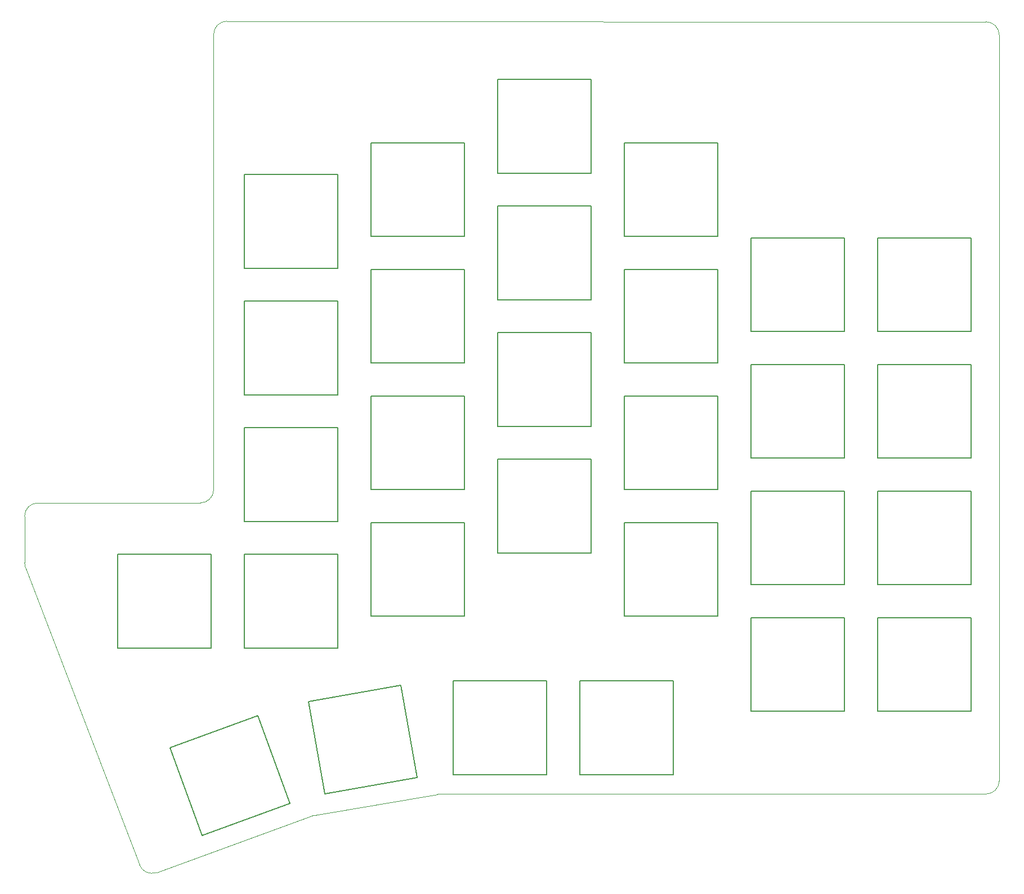
<source format=gbr>
G04 #@! TF.GenerationSoftware,KiCad,Pcbnew,9.0.6*
G04 #@! TF.CreationDate,2025-12-07T22:15:50+09:00*
G04 #@! TF.ProjectId,tarakkie_v1_light_top2,74617261-6b6b-4696-955f-76315f6c6967,rev?*
G04 #@! TF.SameCoordinates,Original*
G04 #@! TF.FileFunction,Profile,NP*
%FSLAX46Y46*%
G04 Gerber Fmt 4.6, Leading zero omitted, Abs format (unit mm)*
G04 Created by KiCad (PCBNEW 9.0.6) date 2025-12-07 22:15:50*
%MOMM*%
%LPD*%
G01*
G04 APERTURE LIST*
G04 #@! TA.AperFunction,Profile*
%ADD10C,0.050000*%
G04 #@! TD*
G04 #@! TA.AperFunction,Profile*
%ADD11C,0.150000*%
G04 #@! TD*
G04 APERTURE END LIST*
D10*
X55953824Y-159908015D02*
G75*
G02*
X53402594Y-158743825I-683524J1879615D01*
G01*
X180724523Y-31886176D02*
G75*
G02*
X182722825Y-33886175I-1723J-2000024D01*
G01*
X79373241Y-151391863D02*
G75*
G02*
X79720000Y-151300002I683459J-1879537D01*
G01*
X36239317Y-113934143D02*
X53402655Y-158743802D01*
X79720000Y-151300000D02*
X98256173Y-148133987D01*
X64560301Y-33787896D02*
G75*
G02*
X66560301Y-31787901I1999999J-4D01*
G01*
X64560301Y-33787896D02*
X64560301Y-102287896D01*
X182722801Y-146088313D02*
G75*
G02*
X180723218Y-148088301I-2000001J13D01*
G01*
X36122801Y-106287896D02*
X36122801Y-113261470D01*
X64560301Y-102287896D02*
G75*
G02*
X62560301Y-104287901I-2000001J-4D01*
G01*
X36122801Y-106287896D02*
G75*
G02*
X38122801Y-104287901I1999999J-4D01*
G01*
X62560301Y-104287896D02*
X38122801Y-104287896D01*
X55953824Y-159908015D02*
X79373241Y-151391863D01*
X180724523Y-31886176D02*
X66560301Y-31787896D01*
X98592483Y-148105437D02*
X180723218Y-148088313D01*
X36239317Y-113934143D02*
G75*
G02*
X36122809Y-113261470I1882883J672543D01*
G01*
X98256173Y-148133987D02*
G75*
G02*
X98592483Y-148105438I336727J-1971513D01*
G01*
X182722801Y-146088313D02*
X182722801Y-33886175D01*
D11*
X145350000Y-102487500D02*
X159450000Y-102487500D01*
X145350000Y-116587500D02*
X145350000Y-102487500D01*
X159450000Y-102487500D02*
X159450000Y-116587500D01*
X159450000Y-116587500D02*
X145350000Y-116587500D01*
X126300000Y-88200000D02*
X140400000Y-88200000D01*
X126300000Y-102300000D02*
X126300000Y-88200000D01*
X140400000Y-88200000D02*
X140400000Y-102300000D01*
X140400000Y-102300000D02*
X126300000Y-102300000D01*
X107250000Y-97725000D02*
X121350000Y-97725000D01*
X107250000Y-111825000D02*
X107250000Y-97725000D01*
X121350000Y-97725000D02*
X121350000Y-111825000D01*
X121350000Y-111825000D02*
X107250000Y-111825000D01*
X88200000Y-107250000D02*
X102300000Y-107250000D01*
X88200000Y-121350000D02*
X88200000Y-107250000D01*
X102300000Y-107250000D02*
X102300000Y-121350000D01*
X102300000Y-121350000D02*
X88200000Y-121350000D01*
X50100000Y-112012500D02*
X64200000Y-112012500D01*
X50100000Y-126112500D02*
X50100000Y-112012500D01*
X64200000Y-112012500D02*
X64200000Y-126112500D01*
X64200000Y-126112500D02*
X50100000Y-126112500D01*
X100582500Y-131062500D02*
X114682500Y-131062500D01*
X100582500Y-145162500D02*
X100582500Y-131062500D01*
X114682500Y-131062500D02*
X114682500Y-145162500D01*
X114682500Y-145162500D02*
X100582500Y-145162500D01*
X119632500Y-131062500D02*
X133732500Y-131062500D01*
X119632500Y-145162500D02*
X119632500Y-131062500D01*
X133732500Y-131062500D02*
X133732500Y-145162500D01*
X133732500Y-145162500D02*
X119632500Y-145162500D01*
X69150000Y-54862500D02*
X83250000Y-54862500D01*
X69150000Y-68962500D02*
X69150000Y-54862500D01*
X83250000Y-54862500D02*
X83250000Y-68962500D01*
X83250000Y-68962500D02*
X69150000Y-68962500D01*
X69150000Y-112012500D02*
X83250000Y-112012500D01*
X69150000Y-126112500D02*
X69150000Y-112012500D01*
X83250000Y-112012500D02*
X83250000Y-126112500D01*
X83250000Y-126112500D02*
X69150000Y-126112500D01*
X88200000Y-88200000D02*
X102300000Y-88200000D01*
X88200000Y-102300000D02*
X88200000Y-88200000D01*
X102300000Y-88200000D02*
X102300000Y-102300000D01*
X102300000Y-102300000D02*
X88200000Y-102300000D01*
X164400000Y-121537500D02*
X178500000Y-121537500D01*
X164400000Y-135637500D02*
X164400000Y-121537500D01*
X178500000Y-121537500D02*
X178500000Y-135637500D01*
X178500000Y-135637500D02*
X164400000Y-135637500D01*
X145350000Y-83437500D02*
X159450000Y-83437500D01*
X145350000Y-97537500D02*
X145350000Y-83437500D01*
X159450000Y-83437500D02*
X159450000Y-97537500D01*
X159450000Y-97537500D02*
X145350000Y-97537500D01*
X164400000Y-102487500D02*
X178500000Y-102487500D01*
X164400000Y-116587500D02*
X164400000Y-102487500D01*
X178500000Y-102487500D02*
X178500000Y-116587500D01*
X178500000Y-116587500D02*
X164400000Y-116587500D01*
X145350000Y-121537500D02*
X159450000Y-121537500D01*
X145350000Y-135637500D02*
X145350000Y-121537500D01*
X159450000Y-121537500D02*
X159450000Y-135637500D01*
X159450000Y-135637500D02*
X145350000Y-135637500D01*
X107250000Y-59625000D02*
X121350000Y-59625000D01*
X107250000Y-73725000D02*
X107250000Y-59625000D01*
X121350000Y-59625000D02*
X121350000Y-73725000D01*
X121350000Y-73725000D02*
X107250000Y-73725000D01*
X88200000Y-50100000D02*
X102300000Y-50100000D01*
X88200000Y-64200000D02*
X88200000Y-50100000D01*
X102300000Y-50100000D02*
X102300000Y-64200000D01*
X102300000Y-64200000D02*
X88200000Y-64200000D01*
X69150000Y-92962500D02*
X83250000Y-92962500D01*
X69150000Y-107062500D02*
X69150000Y-92962500D01*
X83250000Y-92962500D02*
X83250000Y-107062500D01*
X83250000Y-107062500D02*
X69150000Y-107062500D01*
X107250000Y-40575000D02*
X121350000Y-40575000D01*
X107250000Y-54675000D02*
X107250000Y-40575000D01*
X121350000Y-40575000D02*
X121350000Y-54675000D01*
X121350000Y-54675000D02*
X107250000Y-54675000D01*
X145350000Y-64387500D02*
X159450000Y-64387500D01*
X145350000Y-78487500D02*
X145350000Y-64387500D01*
X159450000Y-64387500D02*
X159450000Y-78487500D01*
X159450000Y-78487500D02*
X145350000Y-78487500D01*
X164400000Y-64387500D02*
X178500000Y-64387500D01*
X164400000Y-78487500D02*
X164400000Y-64387500D01*
X178500000Y-64387500D02*
X178500000Y-78487500D01*
X178500000Y-78487500D02*
X164400000Y-78487500D01*
X126300000Y-107250000D02*
X140400000Y-107250000D01*
X126300000Y-121350000D02*
X126300000Y-107250000D01*
X140400000Y-107250000D02*
X140400000Y-121350000D01*
X140400000Y-121350000D02*
X126300000Y-121350000D01*
X126300000Y-69150000D02*
X140400000Y-69150000D01*
X126300000Y-83250000D02*
X126300000Y-69150000D01*
X140400000Y-69150000D02*
X140400000Y-83250000D01*
X140400000Y-83250000D02*
X126300000Y-83250000D01*
X78832886Y-134181325D02*
X92718675Y-131732886D01*
X81281325Y-148067114D02*
X78832886Y-134181325D01*
X92718675Y-131732886D02*
X95167114Y-145618675D01*
X95167114Y-145618675D02*
X81281325Y-148067114D01*
X164400000Y-83437500D02*
X178500000Y-83437500D01*
X164400000Y-97537500D02*
X164400000Y-83437500D01*
X178500000Y-83437500D02*
X178500000Y-97537500D01*
X178500000Y-97537500D02*
X164400000Y-97537500D01*
X69150000Y-73912500D02*
X83250000Y-73912500D01*
X69150000Y-88012500D02*
X69150000Y-73912500D01*
X83250000Y-73912500D02*
X83250000Y-88012500D01*
X83250000Y-88012500D02*
X69150000Y-88012500D01*
X107250000Y-78675000D02*
X121350000Y-78675000D01*
X107250000Y-92775000D02*
X107250000Y-78675000D01*
X121350000Y-78675000D02*
X121350000Y-92775000D01*
X121350000Y-92775000D02*
X107250000Y-92775000D01*
X126300000Y-50100000D02*
X140400000Y-50100000D01*
X126300000Y-64200000D02*
X126300000Y-50100000D01*
X140400000Y-50100000D02*
X140400000Y-64200000D01*
X140400000Y-64200000D02*
X126300000Y-64200000D01*
X57963925Y-141086409D02*
X71213591Y-136263925D01*
X62786409Y-154336075D02*
X57963925Y-141086409D01*
X71213591Y-136263925D02*
X76036075Y-149513591D01*
X76036075Y-149513591D02*
X62786409Y-154336075D01*
X88200000Y-69150000D02*
X102300000Y-69150000D01*
X88200000Y-83250000D02*
X88200000Y-69150000D01*
X102300000Y-69150000D02*
X102300000Y-83250000D01*
X102300000Y-83250000D02*
X88200000Y-83250000D01*
M02*

</source>
